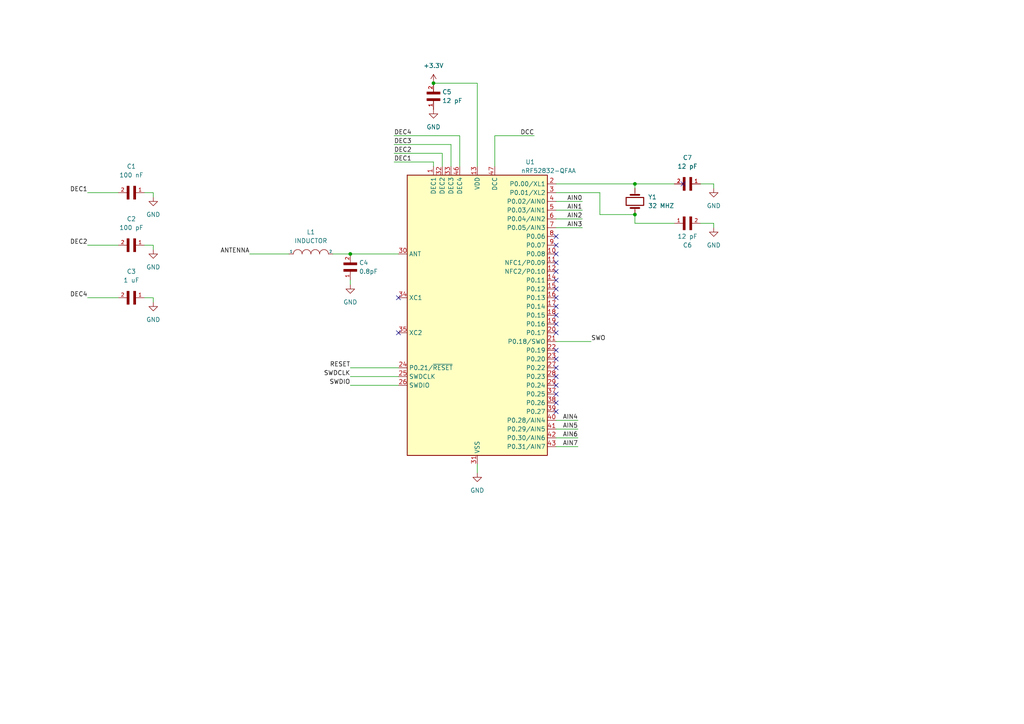
<source format=kicad_sch>
(kicad_sch (version 20211123) (generator eeschema)

  (uuid ac77be11-ba3e-423e-b30a-d07d48b5ba2d)

  (paper "A4")

  (lib_symbols
    (symbol "CBR04C808A2GAC:CBR04C808A2GAC" (pin_names (offset 1.016) hide) (in_bom yes) (on_board yes)
      (property "Reference" "C" (id 0) (at 0 3.81 0)
        (effects (font (size 1.27 1.27)) (justify left bottom))
      )
      (property "Value" "CBR04C808A2GAC" (id 1) (at 0 -5.08 0)
        (effects (font (size 1.27 1.27)) (justify left bottom))
      )
      (property "Footprint" "CAPC1005X55N" (id 2) (at 0 0 0)
        (effects (font (size 1.27 1.27)) (justify left bottom) hide)
      )
      (property "Datasheet" "" (id 3) (at 0 0 0)
        (effects (font (size 1.27 1.27)) (justify left bottom) hide)
      )
      (property "ki_locked" "" (id 4) (at 0 0 0)
        (effects (font (size 1.27 1.27)))
      )
      (symbol "CBR04C808A2GAC_0_0"
        (rectangle (start 0 -1.905) (end 0.635 1.905)
          (stroke (width 0) (type default) (color 0 0 0 0))
          (fill (type outline))
        )
        (rectangle (start 1.905 -1.905) (end 2.54 1.905)
          (stroke (width 0) (type default) (color 0 0 0 0))
          (fill (type outline))
        )
        (pin passive line (at -2.54 0 0) (length 2.54)
          (name "~" (effects (font (size 1.016 1.016))))
          (number "1" (effects (font (size 1.016 1.016))))
        )
        (pin passive line (at 5.08 0 180) (length 2.54)
          (name "~" (effects (font (size 1.016 1.016))))
          (number "2" (effects (font (size 1.016 1.016))))
        )
      )
    )
    (symbol "Device:Crystal" (pin_numbers hide) (pin_names (offset 1.016) hide) (in_bom yes) (on_board yes)
      (property "Reference" "Y" (id 0) (at 0 3.81 0)
        (effects (font (size 1.27 1.27)))
      )
      (property "Value" "Crystal" (id 1) (at 0 -3.81 0)
        (effects (font (size 1.27 1.27)))
      )
      (property "Footprint" "" (id 2) (at 0 0 0)
        (effects (font (size 1.27 1.27)) hide)
      )
      (property "Datasheet" "~" (id 3) (at 0 0 0)
        (effects (font (size 1.27 1.27)) hide)
      )
      (property "ki_keywords" "quartz ceramic resonator oscillator" (id 4) (at 0 0 0)
        (effects (font (size 1.27 1.27)) hide)
      )
      (property "ki_description" "Two pin crystal" (id 5) (at 0 0 0)
        (effects (font (size 1.27 1.27)) hide)
      )
      (property "ki_fp_filters" "Crystal*" (id 6) (at 0 0 0)
        (effects (font (size 1.27 1.27)) hide)
      )
      (symbol "Crystal_0_1"
        (rectangle (start -1.143 2.54) (end 1.143 -2.54)
          (stroke (width 0.3048) (type default) (color 0 0 0 0))
          (fill (type none))
        )
        (polyline
          (pts
            (xy -2.54 0)
            (xy -1.905 0)
          )
          (stroke (width 0) (type default) (color 0 0 0 0))
          (fill (type none))
        )
        (polyline
          (pts
            (xy -1.905 -1.27)
            (xy -1.905 1.27)
          )
          (stroke (width 0.508) (type default) (color 0 0 0 0))
          (fill (type none))
        )
        (polyline
          (pts
            (xy 1.905 -1.27)
            (xy 1.905 1.27)
          )
          (stroke (width 0.508) (type default) (color 0 0 0 0))
          (fill (type none))
        )
        (polyline
          (pts
            (xy 2.54 0)
            (xy 1.905 0)
          )
          (stroke (width 0) (type default) (color 0 0 0 0))
          (fill (type none))
        )
      )
      (symbol "Crystal_1_1"
        (pin passive line (at -3.81 0 0) (length 1.27)
          (name "1" (effects (font (size 1.27 1.27))))
          (number "1" (effects (font (size 1.27 1.27))))
        )
        (pin passive line (at 3.81 0 180) (length 1.27)
          (name "2" (effects (font (size 1.27 1.27))))
          (number "2" (effects (font (size 1.27 1.27))))
        )
      )
    )
    (symbol "GJM0335C1H120GB01D:GJM0335C1H120GB01D" (pin_names (offset 1.016) hide) (in_bom yes) (on_board yes)
      (property "Reference" "C" (id 0) (at 0 3.81 0)
        (effects (font (size 1.27 1.27)) (justify left bottom))
      )
      (property "Value" "GJM0335C1H120GB01D" (id 1) (at 0 -5.08 0)
        (effects (font (size 1.27 1.27)) (justify left bottom))
      )
      (property "Footprint" "CAPC0603X33N" (id 2) (at 0 0 0)
        (effects (font (size 1.27 1.27)) (justify left bottom) hide)
      )
      (property "Datasheet" "" (id 3) (at 0 0 0)
        (effects (font (size 1.27 1.27)) (justify left bottom) hide)
      )
      (property "ki_locked" "" (id 4) (at 0 0 0)
        (effects (font (size 1.27 1.27)))
      )
      (symbol "GJM0335C1H120GB01D_0_0"
        (rectangle (start 0 -1.905) (end 0.635 1.905)
          (stroke (width 0) (type default) (color 0 0 0 0))
          (fill (type outline))
        )
        (rectangle (start 1.905 -1.905) (end 2.54 1.905)
          (stroke (width 0) (type default) (color 0 0 0 0))
          (fill (type outline))
        )
        (pin passive line (at -2.54 0 0) (length 2.54)
          (name "~" (effects (font (size 1.016 1.016))))
          (number "1" (effects (font (size 1.016 1.016))))
        )
        (pin passive line (at 5.08 0 180) (length 2.54)
          (name "~" (effects (font (size 1.016 1.016))))
          (number "2" (effects (font (size 1.016 1.016))))
        )
      )
    )
    (symbol "MCU_Nordic:nRF52832-QFxx" (in_bom yes) (on_board yes)
      (property "Reference" "U" (id 0) (at 0 1.27 0)
        (effects (font (size 1.27 1.27)))
      )
      (property "Value" "nRF52832-QFxx" (id 1) (at 0 -1.27 0)
        (effects (font (size 1.27 1.27)))
      )
      (property "Footprint" "Package_DFN_QFN:QFN-48-1EP_6x6mm_P0.4mm_EP4.6x4.6mm" (id 2) (at 0 -53.34 0)
        (effects (font (size 1.27 1.27)) hide)
      )
      (property "Datasheet" "http://infocenter.nordicsemi.com/pdf/nRF52832_PS_v1.4.pdf" (id 3) (at -12.7 5.08 0)
        (effects (font (size 1.27 1.27)) hide)
      )
      (property "ki_keywords" "MCU, ARM, BLE, 2.4GHz" (id 4) (at 0 0 0)
        (effects (font (size 1.27 1.27)) hide)
      )
      (property "ki_description" "Multiprotocol BLE/2.4GHz Cortex-M4 SoC, QFN-48" (id 5) (at 0 0 0)
        (effects (font (size 1.27 1.27)) hide)
      )
      (property "ki_fp_filters" "QFN*1EP*6x6mm*P0.4mm*" (id 6) (at 0 0 0)
        (effects (font (size 1.27 1.27)) hide)
      )
      (symbol "nRF52832-QFxx_0_1"
        (rectangle (start -20.32 40.64) (end 20.32 -40.64)
          (stroke (width 0.254) (type default) (color 0 0 0 0))
          (fill (type background))
        )
      )
      (symbol "nRF52832-QFxx_1_1"
        (pin passive line (at -12.7 43.18 270) (length 2.54)
          (name "DEC1" (effects (font (size 1.27 1.27))))
          (number "1" (effects (font (size 1.27 1.27))))
        )
        (pin bidirectional line (at 22.86 17.78 180) (length 2.54)
          (name "P0.08" (effects (font (size 1.27 1.27))))
          (number "10" (effects (font (size 1.27 1.27))))
        )
        (pin bidirectional line (at 22.86 15.24 180) (length 2.54)
          (name "NFC1/P0.09" (effects (font (size 1.27 1.27))))
          (number "11" (effects (font (size 1.27 1.27))))
        )
        (pin bidirectional line (at 22.86 12.7 180) (length 2.54)
          (name "NFC2/P0.10" (effects (font (size 1.27 1.27))))
          (number "12" (effects (font (size 1.27 1.27))))
        )
        (pin power_in line (at 0 43.18 270) (length 2.54)
          (name "VDD" (effects (font (size 1.27 1.27))))
          (number "13" (effects (font (size 1.27 1.27))))
        )
        (pin bidirectional line (at 22.86 10.16 180) (length 2.54)
          (name "P0.11" (effects (font (size 1.27 1.27))))
          (number "14" (effects (font (size 1.27 1.27))))
        )
        (pin bidirectional line (at 22.86 7.62 180) (length 2.54)
          (name "P0.12" (effects (font (size 1.27 1.27))))
          (number "15" (effects (font (size 1.27 1.27))))
        )
        (pin bidirectional line (at 22.86 5.08 180) (length 2.54)
          (name "P0.13" (effects (font (size 1.27 1.27))))
          (number "16" (effects (font (size 1.27 1.27))))
        )
        (pin bidirectional line (at 22.86 2.54 180) (length 2.54)
          (name "P0.14" (effects (font (size 1.27 1.27))))
          (number "17" (effects (font (size 1.27 1.27))))
        )
        (pin bidirectional line (at 22.86 0 180) (length 2.54)
          (name "P0.15" (effects (font (size 1.27 1.27))))
          (number "18" (effects (font (size 1.27 1.27))))
        )
        (pin bidirectional line (at 22.86 -2.54 180) (length 2.54)
          (name "P0.16" (effects (font (size 1.27 1.27))))
          (number "19" (effects (font (size 1.27 1.27))))
        )
        (pin bidirectional line (at 22.86 38.1 180) (length 2.54)
          (name "P0.00/XL1" (effects (font (size 1.27 1.27))))
          (number "2" (effects (font (size 1.27 1.27))))
        )
        (pin bidirectional line (at 22.86 -5.08 180) (length 2.54)
          (name "P0.17" (effects (font (size 1.27 1.27))))
          (number "20" (effects (font (size 1.27 1.27))))
        )
        (pin bidirectional line (at 22.86 -7.62 180) (length 2.54)
          (name "P0.18/SWO" (effects (font (size 1.27 1.27))))
          (number "21" (effects (font (size 1.27 1.27))))
        )
        (pin bidirectional line (at 22.86 -10.16 180) (length 2.54)
          (name "P0.19" (effects (font (size 1.27 1.27))))
          (number "22" (effects (font (size 1.27 1.27))))
        )
        (pin bidirectional line (at 22.86 -12.7 180) (length 2.54)
          (name "P0.20" (effects (font (size 1.27 1.27))))
          (number "23" (effects (font (size 1.27 1.27))))
        )
        (pin bidirectional line (at -22.86 -15.24 0) (length 2.54)
          (name "P0.21/~{RESET}" (effects (font (size 1.27 1.27))))
          (number "24" (effects (font (size 1.27 1.27))))
        )
        (pin input line (at -22.86 -17.78 0) (length 2.54)
          (name "SWDCLK" (effects (font (size 1.27 1.27))))
          (number "25" (effects (font (size 1.27 1.27))))
        )
        (pin bidirectional line (at -22.86 -20.32 0) (length 2.54)
          (name "SWDIO" (effects (font (size 1.27 1.27))))
          (number "26" (effects (font (size 1.27 1.27))))
        )
        (pin bidirectional line (at 22.86 -15.24 180) (length 2.54)
          (name "P0.22" (effects (font (size 1.27 1.27))))
          (number "27" (effects (font (size 1.27 1.27))))
        )
        (pin bidirectional line (at 22.86 -17.78 180) (length 2.54)
          (name "P0.23" (effects (font (size 1.27 1.27))))
          (number "28" (effects (font (size 1.27 1.27))))
        )
        (pin bidirectional line (at 22.86 -20.32 180) (length 2.54)
          (name "P0.24" (effects (font (size 1.27 1.27))))
          (number "29" (effects (font (size 1.27 1.27))))
        )
        (pin bidirectional line (at 22.86 35.56 180) (length 2.54)
          (name "P0.01/XL2" (effects (font (size 1.27 1.27))))
          (number "3" (effects (font (size 1.27 1.27))))
        )
        (pin passive line (at -22.86 17.78 0) (length 2.54)
          (name "ANT" (effects (font (size 1.27 1.27))))
          (number "30" (effects (font (size 1.27 1.27))))
        )
        (pin power_in line (at 0 -43.18 90) (length 2.54)
          (name "VSS" (effects (font (size 1.27 1.27))))
          (number "31" (effects (font (size 1.27 1.27))))
        )
        (pin passive line (at -10.16 43.18 270) (length 2.54)
          (name "DEC2" (effects (font (size 1.27 1.27))))
          (number "32" (effects (font (size 1.27 1.27))))
        )
        (pin passive line (at -7.62 43.18 270) (length 2.54)
          (name "DEC3" (effects (font (size 1.27 1.27))))
          (number "33" (effects (font (size 1.27 1.27))))
        )
        (pin input line (at -22.86 5.08 0) (length 2.54)
          (name "XC1" (effects (font (size 1.27 1.27))))
          (number "34" (effects (font (size 1.27 1.27))))
        )
        (pin input line (at -22.86 -5.08 0) (length 2.54)
          (name "XC2" (effects (font (size 1.27 1.27))))
          (number "35" (effects (font (size 1.27 1.27))))
        )
        (pin passive line (at 0 43.18 270) (length 2.54) hide
          (name "VDD" (effects (font (size 1.27 1.27))))
          (number "36" (effects (font (size 1.27 1.27))))
        )
        (pin bidirectional line (at 22.86 -22.86 180) (length 2.54)
          (name "P0.25" (effects (font (size 1.27 1.27))))
          (number "37" (effects (font (size 1.27 1.27))))
        )
        (pin bidirectional line (at 22.86 -25.4 180) (length 2.54)
          (name "P0.26" (effects (font (size 1.27 1.27))))
          (number "38" (effects (font (size 1.27 1.27))))
        )
        (pin bidirectional line (at 22.86 -27.94 180) (length 2.54)
          (name "P0.27" (effects (font (size 1.27 1.27))))
          (number "39" (effects (font (size 1.27 1.27))))
        )
        (pin bidirectional line (at 22.86 33.02 180) (length 2.54)
          (name "P0.02/AIN0" (effects (font (size 1.27 1.27))))
          (number "4" (effects (font (size 1.27 1.27))))
        )
        (pin bidirectional line (at 22.86 -30.48 180) (length 2.54)
          (name "P0.28/AIN4" (effects (font (size 1.27 1.27))))
          (number "40" (effects (font (size 1.27 1.27))))
        )
        (pin bidirectional line (at 22.86 -33.02 180) (length 2.54)
          (name "P0.29/AIN5" (effects (font (size 1.27 1.27))))
          (number "41" (effects (font (size 1.27 1.27))))
        )
        (pin bidirectional line (at 22.86 -35.56 180) (length 2.54)
          (name "P0.30/AIN6" (effects (font (size 1.27 1.27))))
          (number "42" (effects (font (size 1.27 1.27))))
        )
        (pin bidirectional line (at 22.86 -38.1 180) (length 2.54)
          (name "P0.31/AIN7" (effects (font (size 1.27 1.27))))
          (number "43" (effects (font (size 1.27 1.27))))
        )
        (pin no_connect line (at -20.32 -30.48 0) (length 2.54) hide
          (name "NC" (effects (font (size 1.27 1.27))))
          (number "44" (effects (font (size 1.27 1.27))))
        )
        (pin passive line (at 0 -43.18 90) (length 2.54) hide
          (name "VSS" (effects (font (size 1.27 1.27))))
          (number "45" (effects (font (size 1.27 1.27))))
        )
        (pin passive line (at -5.08 43.18 270) (length 2.54)
          (name "DEC4" (effects (font (size 1.27 1.27))))
          (number "46" (effects (font (size 1.27 1.27))))
        )
        (pin power_out line (at 5.08 43.18 270) (length 2.54)
          (name "DCC" (effects (font (size 1.27 1.27))))
          (number "47" (effects (font (size 1.27 1.27))))
        )
        (pin passive line (at 0 43.18 270) (length 2.54) hide
          (name "VDD" (effects (font (size 1.27 1.27))))
          (number "48" (effects (font (size 1.27 1.27))))
        )
        (pin passive line (at 0 -43.18 90) (length 2.54) hide
          (name "VSS" (effects (font (size 1.27 1.27))))
          (number "49" (effects (font (size 1.27 1.27))))
        )
        (pin bidirectional line (at 22.86 30.48 180) (length 2.54)
          (name "P0.03/AIN1" (effects (font (size 1.27 1.27))))
          (number "5" (effects (font (size 1.27 1.27))))
        )
        (pin bidirectional line (at 22.86 27.94 180) (length 2.54)
          (name "P0.04/AIN2" (effects (font (size 1.27 1.27))))
          (number "6" (effects (font (size 1.27 1.27))))
        )
        (pin bidirectional line (at 22.86 25.4 180) (length 2.54)
          (name "P0.05/AIN3" (effects (font (size 1.27 1.27))))
          (number "7" (effects (font (size 1.27 1.27))))
        )
        (pin bidirectional line (at 22.86 22.86 180) (length 2.54)
          (name "P0.06" (effects (font (size 1.27 1.27))))
          (number "8" (effects (font (size 1.27 1.27))))
        )
        (pin bidirectional line (at 22.86 20.32 180) (length 2.54)
          (name "P0.07" (effects (font (size 1.27 1.27))))
          (number "9" (effects (font (size 1.27 1.27))))
        )
      )
    )
    (symbol "power:+3.3V" (power) (pin_names (offset 0)) (in_bom yes) (on_board yes)
      (property "Reference" "#PWR" (id 0) (at 0 -3.81 0)
        (effects (font (size 1.27 1.27)) hide)
      )
      (property "Value" "+3.3V" (id 1) (at 0 3.556 0)
        (effects (font (size 1.27 1.27)))
      )
      (property "Footprint" "" (id 2) (at 0 0 0)
        (effects (font (size 1.27 1.27)) hide)
      )
      (property "Datasheet" "" (id 3) (at 0 0 0)
        (effects (font (size 1.27 1.27)) hide)
      )
      (property "ki_keywords" "power-flag" (id 4) (at 0 0 0)
        (effects (font (size 1.27 1.27)) hide)
      )
      (property "ki_description" "Power symbol creates a global label with name \"+3.3V\"" (id 5) (at 0 0 0)
        (effects (font (size 1.27 1.27)) hide)
      )
      (symbol "+3.3V_0_1"
        (polyline
          (pts
            (xy -0.762 1.27)
            (xy 0 2.54)
          )
          (stroke (width 0) (type default) (color 0 0 0 0))
          (fill (type none))
        )
        (polyline
          (pts
            (xy 0 0)
            (xy 0 2.54)
          )
          (stroke (width 0) (type default) (color 0 0 0 0))
          (fill (type none))
        )
        (polyline
          (pts
            (xy 0 2.54)
            (xy 0.762 1.27)
          )
          (stroke (width 0) (type default) (color 0 0 0 0))
          (fill (type none))
        )
      )
      (symbol "+3.3V_1_1"
        (pin power_in line (at 0 0 90) (length 0) hide
          (name "+3.3V" (effects (font (size 1.27 1.27))))
          (number "1" (effects (font (size 1.27 1.27))))
        )
      )
    )
    (symbol "power:GND" (power) (pin_names (offset 0)) (in_bom yes) (on_board yes)
      (property "Reference" "#PWR" (id 0) (at 0 -6.35 0)
        (effects (font (size 1.27 1.27)) hide)
      )
      (property "Value" "GND" (id 1) (at 0 -3.81 0)
        (effects (font (size 1.27 1.27)))
      )
      (property "Footprint" "" (id 2) (at 0 0 0)
        (effects (font (size 1.27 1.27)) hide)
      )
      (property "Datasheet" "" (id 3) (at 0 0 0)
        (effects (font (size 1.27 1.27)) hide)
      )
      (property "ki_keywords" "power-flag" (id 4) (at 0 0 0)
        (effects (font (size 1.27 1.27)) hide)
      )
      (property "ki_description" "Power symbol creates a global label with name \"GND\" , ground" (id 5) (at 0 0 0)
        (effects (font (size 1.27 1.27)) hide)
      )
      (symbol "GND_0_1"
        (polyline
          (pts
            (xy 0 0)
            (xy 0 -1.27)
            (xy 1.27 -1.27)
            (xy 0 -2.54)
            (xy -1.27 -1.27)
            (xy 0 -1.27)
          )
          (stroke (width 0) (type default) (color 0 0 0 0))
          (fill (type none))
        )
      )
      (symbol "GND_1_1"
        (pin power_in line (at 0 0 270) (length 0) hide
          (name "GND" (effects (font (size 1.27 1.27))))
          (number "1" (effects (font (size 1.27 1.27))))
        )
      )
    )
    (symbol "pspice:INDUCTOR" (pin_numbers hide) (pin_names (offset 0)) (in_bom yes) (on_board yes)
      (property "Reference" "L" (id 0) (at 0 2.54 0)
        (effects (font (size 1.27 1.27)))
      )
      (property "Value" "INDUCTOR" (id 1) (at 0 -1.27 0)
        (effects (font (size 1.27 1.27)))
      )
      (property "Footprint" "" (id 2) (at 0 0 0)
        (effects (font (size 1.27 1.27)) hide)
      )
      (property "Datasheet" "~" (id 3) (at 0 0 0)
        (effects (font (size 1.27 1.27)) hide)
      )
      (property "ki_keywords" "simulation" (id 4) (at 0 0 0)
        (effects (font (size 1.27 1.27)) hide)
      )
      (property "ki_description" "Inductor symbol for simulation only" (id 5) (at 0 0 0)
        (effects (font (size 1.27 1.27)) hide)
      )
      (symbol "INDUCTOR_0_1"
        (arc (start -2.54 0) (mid -3.81 1.27) (end -5.08 0)
          (stroke (width 0) (type default) (color 0 0 0 0))
          (fill (type none))
        )
        (arc (start 0 0) (mid -1.27 1.27) (end -2.54 0)
          (stroke (width 0) (type default) (color 0 0 0 0))
          (fill (type none))
        )
        (arc (start 2.54 0) (mid 1.27 1.27) (end 0 0)
          (stroke (width 0) (type default) (color 0 0 0 0))
          (fill (type none))
        )
        (arc (start 5.08 0) (mid 3.81 1.27) (end 2.54 0)
          (stroke (width 0) (type default) (color 0 0 0 0))
          (fill (type none))
        )
      )
      (symbol "INDUCTOR_1_1"
        (pin input line (at -6.35 0 0) (length 1.27)
          (name "1" (effects (font (size 0.762 0.762))))
          (number "1" (effects (font (size 0.762 0.762))))
        )
        (pin input line (at 6.35 0 180) (length 1.27)
          (name "2" (effects (font (size 0.762 0.762))))
          (number "2" (effects (font (size 0.762 0.762))))
        )
      )
    )
  )

  (junction (at 184.15 53.34) (diameter 0) (color 0 0 0 0)
    (uuid 1b8da6f1-ed0f-4778-b13d-ef03fcde5363)
  )
  (junction (at 184.15 62.23) (diameter 0) (color 0 0 0 0)
    (uuid 71dc9fe8-c64f-4f3e-99b9-4cccc5eb2c9a)
  )
  (junction (at 101.6 73.66) (diameter 0) (color 0 0 0 0)
    (uuid bc8fb1fa-9efd-4fec-895c-989a07cd3fcb)
  )
  (junction (at 125.73 24.13) (diameter 0) (color 0 0 0 0)
    (uuid c79b097c-1d73-4bed-8a26-753154ba38e2)
  )

  (no_connect (at 161.29 76.2) (uuid c0cbbb73-3efa-4a6e-9234-1810629b83e2))
  (no_connect (at 161.29 78.74) (uuid c0cbbb73-3efa-4a6e-9234-1810629b83e2))
  (no_connect (at 161.29 81.28) (uuid c0cbbb73-3efa-4a6e-9234-1810629b83e2))
  (no_connect (at 161.29 83.82) (uuid c0cbbb73-3efa-4a6e-9234-1810629b83e2))
  (no_connect (at 161.29 86.36) (uuid c0cbbb73-3efa-4a6e-9234-1810629b83e2))
  (no_connect (at 161.29 68.58) (uuid c0cbbb73-3efa-4a6e-9234-1810629b83e2))
  (no_connect (at 161.29 71.12) (uuid c0cbbb73-3efa-4a6e-9234-1810629b83e2))
  (no_connect (at 161.29 73.66) (uuid c0cbbb73-3efa-4a6e-9234-1810629b83e2))
  (no_connect (at 198.12 53.34) (uuid cba3db33-9c02-4ed5-a85c-87bb6fe06534))
  (no_connect (at 115.57 86.36) (uuid cba3db33-9c02-4ed5-a85c-87bb6fe06534))
  (no_connect (at 161.29 114.3) (uuid cba3db33-9c02-4ed5-a85c-87bb6fe06534))
  (no_connect (at 161.29 116.84) (uuid cba3db33-9c02-4ed5-a85c-87bb6fe06534))
  (no_connect (at 161.29 119.38) (uuid cba3db33-9c02-4ed5-a85c-87bb6fe06534))
  (no_connect (at 161.29 88.9) (uuid cba3db33-9c02-4ed5-a85c-87bb6fe06534))
  (no_connect (at 161.29 91.44) (uuid cba3db33-9c02-4ed5-a85c-87bb6fe06534))
  (no_connect (at 161.29 93.98) (uuid cba3db33-9c02-4ed5-a85c-87bb6fe06534))
  (no_connect (at 161.29 96.52) (uuid cba3db33-9c02-4ed5-a85c-87bb6fe06534))
  (no_connect (at 161.29 101.6) (uuid cba3db33-9c02-4ed5-a85c-87bb6fe06534))
  (no_connect (at 161.29 104.14) (uuid cba3db33-9c02-4ed5-a85c-87bb6fe06534))
  (no_connect (at 161.29 106.68) (uuid cba3db33-9c02-4ed5-a85c-87bb6fe06534))
  (no_connect (at 161.29 109.22) (uuid cba3db33-9c02-4ed5-a85c-87bb6fe06534))
  (no_connect (at 161.29 111.76) (uuid cba3db33-9c02-4ed5-a85c-87bb6fe06534))
  (no_connect (at 115.57 96.52) (uuid cba3db33-9c02-4ed5-a85c-87bb6fe06534))

  (wire (pts (xy 173.99 55.88) (xy 173.99 62.23))
    (stroke (width 0) (type default) (color 0 0 0 0))
    (uuid 055e8e14-acd8-44a7-bf13-5d0c0bad8f71)
  )
  (wire (pts (xy 125.73 48.26) (xy 125.73 46.99))
    (stroke (width 0) (type default) (color 0 0 0 0))
    (uuid 0bd72695-09ec-479f-bf63-a315ff608f2c)
  )
  (wire (pts (xy 101.6 111.76) (xy 115.57 111.76))
    (stroke (width 0) (type default) (color 0 0 0 0))
    (uuid 0fcca9f0-c2a6-4a36-b4a3-b22faa20cdbf)
  )
  (wire (pts (xy 161.29 121.92) (xy 167.64 121.92))
    (stroke (width 0) (type default) (color 0 0 0 0))
    (uuid 130c11a2-00aa-4f79-b992-45ee25da11c8)
  )
  (wire (pts (xy 25.4 55.88) (xy 34.29 55.88))
    (stroke (width 0) (type default) (color 0 0 0 0))
    (uuid 1e6bad61-46b1-45dd-9712-abd0ee05de96)
  )
  (wire (pts (xy 161.29 66.04) (xy 168.91 66.04))
    (stroke (width 0) (type default) (color 0 0 0 0))
    (uuid 2119fd78-c01c-4a7e-b9df-e38aec946bae)
  )
  (wire (pts (xy 203.2 53.34) (xy 207.01 53.34))
    (stroke (width 0) (type default) (color 0 0 0 0))
    (uuid 26ad839a-356c-45c4-9e5b-ecca2b107e32)
  )
  (wire (pts (xy 44.45 55.88) (xy 41.91 55.88))
    (stroke (width 0) (type default) (color 0 0 0 0))
    (uuid 2cad7ecc-88d1-45bc-bc2e-87a6dcdeb467)
  )
  (wire (pts (xy 207.01 64.77) (xy 207.01 66.04))
    (stroke (width 0) (type default) (color 0 0 0 0))
    (uuid 3c726147-627f-49a5-82ec-06176798031d)
  )
  (wire (pts (xy 184.15 53.34) (xy 195.58 53.34))
    (stroke (width 0) (type default) (color 0 0 0 0))
    (uuid 56927a4e-876e-4f74-8bd8-202ebb36d72b)
  )
  (wire (pts (xy 161.29 60.96) (xy 168.91 60.96))
    (stroke (width 0) (type default) (color 0 0 0 0))
    (uuid 59ea15f7-26cd-4dc0-91f8-1bb5e27b1f52)
  )
  (wire (pts (xy 143.51 48.26) (xy 143.51 39.37))
    (stroke (width 0) (type default) (color 0 0 0 0))
    (uuid 601437b1-9d8d-4f53-bf47-c94faf3c5010)
  )
  (wire (pts (xy 128.27 48.26) (xy 128.27 44.45))
    (stroke (width 0) (type default) (color 0 0 0 0))
    (uuid 609ace5e-56b2-445b-ad1a-cc22392ce50e)
  )
  (wire (pts (xy 114.3 46.99) (xy 125.73 46.99))
    (stroke (width 0) (type default) (color 0 0 0 0))
    (uuid 64cde3d2-c414-4336-86a7-be5577cc3a65)
  )
  (wire (pts (xy 25.4 71.12) (xy 34.29 71.12))
    (stroke (width 0) (type default) (color 0 0 0 0))
    (uuid 65d75175-d8f8-42ba-9220-53a31b401f92)
  )
  (wire (pts (xy 203.2 64.77) (xy 207.01 64.77))
    (stroke (width 0) (type default) (color 0 0 0 0))
    (uuid 66bc57f7-7741-461e-a946-e740d66ca00b)
  )
  (wire (pts (xy 207.01 53.34) (xy 207.01 54.61))
    (stroke (width 0) (type default) (color 0 0 0 0))
    (uuid 66e86c71-e1b7-4b99-a564-adfd5e4abe21)
  )
  (wire (pts (xy 101.6 109.22) (xy 115.57 109.22))
    (stroke (width 0) (type default) (color 0 0 0 0))
    (uuid 6c1e9e54-9f0c-453f-96e9-cd9e42638c26)
  )
  (wire (pts (xy 114.3 41.91) (xy 130.81 41.91))
    (stroke (width 0) (type default) (color 0 0 0 0))
    (uuid 6f7d4c47-7111-42b1-9f81-e615aadafa8e)
  )
  (wire (pts (xy 72.39 73.66) (xy 83.82 73.66))
    (stroke (width 0) (type default) (color 0 0 0 0))
    (uuid 71ea540a-04c8-4b8a-8237-2f3012de6422)
  )
  (wire (pts (xy 143.51 39.37) (xy 154.94 39.37))
    (stroke (width 0) (type default) (color 0 0 0 0))
    (uuid 73e09c8e-5010-4d4a-b6a2-043ba642cc4b)
  )
  (wire (pts (xy 25.4 86.36) (xy 34.29 86.36))
    (stroke (width 0) (type default) (color 0 0 0 0))
    (uuid 79ba713a-e605-40ce-89ed-00619fc33170)
  )
  (wire (pts (xy 101.6 81.28) (xy 101.6 82.55))
    (stroke (width 0) (type default) (color 0 0 0 0))
    (uuid 80df268e-98b4-46c9-8386-f1b5bb261815)
  )
  (wire (pts (xy 138.43 24.13) (xy 125.73 24.13))
    (stroke (width 0) (type default) (color 0 0 0 0))
    (uuid 89171847-eac1-4717-993c-d839a7123666)
  )
  (wire (pts (xy 44.45 57.15) (xy 44.45 55.88))
    (stroke (width 0) (type default) (color 0 0 0 0))
    (uuid 90f38ba5-b872-45bd-976c-a1f8aed9e795)
  )
  (wire (pts (xy 114.3 39.37) (xy 133.35 39.37))
    (stroke (width 0) (type default) (color 0 0 0 0))
    (uuid 95c5a952-7ad1-47bd-b2a2-bb14337b2515)
  )
  (wire (pts (xy 173.99 62.23) (xy 184.15 62.23))
    (stroke (width 0) (type default) (color 0 0 0 0))
    (uuid a1aaa51f-0650-46ce-89d3-67f04623512d)
  )
  (wire (pts (xy 41.91 71.12) (xy 44.45 71.12))
    (stroke (width 0) (type default) (color 0 0 0 0))
    (uuid a7138374-6a7a-43a7-a6df-9beee2ae0acc)
  )
  (wire (pts (xy 41.91 86.36) (xy 44.45 86.36))
    (stroke (width 0) (type default) (color 0 0 0 0))
    (uuid b8a8285e-cc84-4812-8582-736f76b0ec7f)
  )
  (wire (pts (xy 161.29 99.06) (xy 171.45 99.06))
    (stroke (width 0) (type default) (color 0 0 0 0))
    (uuid bb1facba-abb4-4249-9b90-80232fdc1407)
  )
  (wire (pts (xy 133.35 48.26) (xy 133.35 39.37))
    (stroke (width 0) (type default) (color 0 0 0 0))
    (uuid bee5da29-87f9-4cf4-b031-a3fe2c55fc9a)
  )
  (wire (pts (xy 161.29 129.54) (xy 167.64 129.54))
    (stroke (width 0) (type default) (color 0 0 0 0))
    (uuid c0c6bec1-05af-4d38-bc29-766759aefa80)
  )
  (wire (pts (xy 114.3 44.45) (xy 128.27 44.45))
    (stroke (width 0) (type default) (color 0 0 0 0))
    (uuid c8199f30-cde5-4024-ade4-31629ebc7db1)
  )
  (wire (pts (xy 195.58 64.77) (xy 184.15 64.77))
    (stroke (width 0) (type default) (color 0 0 0 0))
    (uuid cc43a772-a616-4c84-b49f-94e26944558a)
  )
  (wire (pts (xy 101.6 106.68) (xy 115.57 106.68))
    (stroke (width 0) (type default) (color 0 0 0 0))
    (uuid ccae1f74-7afc-4b02-9230-de7969e75f48)
  )
  (wire (pts (xy 138.43 137.16) (xy 138.43 134.62))
    (stroke (width 0) (type default) (color 0 0 0 0))
    (uuid d28e737a-a2c2-4e71-9c56-822c5bed3c3c)
  )
  (wire (pts (xy 44.45 86.36) (xy 44.45 87.63))
    (stroke (width 0) (type default) (color 0 0 0 0))
    (uuid d6803fa9-01d6-496a-9c8e-42cab6a0c722)
  )
  (wire (pts (xy 96.52 73.66) (xy 101.6 73.66))
    (stroke (width 0) (type default) (color 0 0 0 0))
    (uuid d97b017f-fac2-4339-ad98-0265f0e1044a)
  )
  (wire (pts (xy 138.43 24.13) (xy 138.43 48.26))
    (stroke (width 0) (type default) (color 0 0 0 0))
    (uuid dc438c9a-f2a7-459d-bdd3-1a1ead183c99)
  )
  (wire (pts (xy 161.29 53.34) (xy 184.15 53.34))
    (stroke (width 0) (type default) (color 0 0 0 0))
    (uuid dccf0aa0-7ff0-416e-8474-65f9724fc33e)
  )
  (wire (pts (xy 184.15 53.34) (xy 184.15 54.61))
    (stroke (width 0) (type default) (color 0 0 0 0))
    (uuid e395f72e-e922-4d7e-970d-4b532df5d87d)
  )
  (wire (pts (xy 44.45 71.12) (xy 44.45 72.39))
    (stroke (width 0) (type default) (color 0 0 0 0))
    (uuid e5e50d5a-564e-4476-ace4-2a3099045c8a)
  )
  (wire (pts (xy 184.15 64.77) (xy 184.15 62.23))
    (stroke (width 0) (type default) (color 0 0 0 0))
    (uuid e7769641-ae37-4888-96bc-2aaed4f6f19b)
  )
  (wire (pts (xy 161.29 124.46) (xy 167.64 124.46))
    (stroke (width 0) (type default) (color 0 0 0 0))
    (uuid edd6db25-8d2e-4f6d-8368-bc5aefb06b21)
  )
  (wire (pts (xy 130.81 48.26) (xy 130.81 41.91))
    (stroke (width 0) (type default) (color 0 0 0 0))
    (uuid f2338faa-9fc5-45cf-8e52-eacd4fb180b7)
  )
  (wire (pts (xy 101.6 73.66) (xy 115.57 73.66))
    (stroke (width 0) (type default) (color 0 0 0 0))
    (uuid f7c0a92c-5b17-463e-afe9-961818d2b03f)
  )
  (wire (pts (xy 161.29 58.42) (xy 168.91 58.42))
    (stroke (width 0) (type default) (color 0 0 0 0))
    (uuid f98f02c3-890e-48b1-830f-fa1cccf59d4f)
  )
  (wire (pts (xy 161.29 63.5) (xy 168.91 63.5))
    (stroke (width 0) (type default) (color 0 0 0 0))
    (uuid fb68bc92-f3f6-4c8d-9a7b-605ef7b23ac4)
  )
  (wire (pts (xy 161.29 127) (xy 167.64 127))
    (stroke (width 0) (type default) (color 0 0 0 0))
    (uuid fbd0d7e2-4aef-4673-83d5-d63e1c6b588a)
  )
  (wire (pts (xy 161.29 55.88) (xy 173.99 55.88))
    (stroke (width 0) (type default) (color 0 0 0 0))
    (uuid ffc211cf-dded-4e0f-9029-3f8f4adabe98)
  )

  (label "AIN4" (at 167.64 121.92 180)
    (effects (font (size 1.27 1.27)) (justify right bottom))
    (uuid 28c568e8-6c86-4b48-b59a-f847445acbba)
  )
  (label "AIN3" (at 168.91 66.04 180)
    (effects (font (size 1.27 1.27)) (justify right bottom))
    (uuid 3df3beb8-eaad-4425-b0b7-ee6142d0ab85)
  )
  (label "AIN1" (at 168.91 60.96 180)
    (effects (font (size 1.27 1.27)) (justify right bottom))
    (uuid 48d9fb5e-dc81-4d8d-a4e4-eb998aca98b6)
  )
  (label "DEC2" (at 114.3 44.45 0)
    (effects (font (size 1.27 1.27)) (justify left bottom))
    (uuid 5f5fabaf-e4ac-4658-9eb8-3fc5559ca337)
  )
  (label "AIN6" (at 167.64 127 180)
    (effects (font (size 1.27 1.27)) (justify right bottom))
    (uuid 5fa3801d-5adc-4bf9-b95c-2c0a4d834ab6)
  )
  (label "DCC" (at 154.94 39.37 180)
    (effects (font (size 1.27 1.27)) (justify right bottom))
    (uuid 616d19aa-2d5e-41b3-a6b8-519d556e3b4b)
  )
  (label "AIN7" (at 167.64 129.54 180)
    (effects (font (size 1.27 1.27)) (justify right bottom))
    (uuid 6229fe60-614d-4163-b44b-b050b81d48b0)
  )
  (label "SWDCLK" (at 101.6 109.22 180)
    (effects (font (size 1.27 1.27)) (justify right bottom))
    (uuid 63017830-5f72-4abb-9622-a6b09c52bd16)
  )
  (label "AIN5" (at 167.64 124.46 180)
    (effects (font (size 1.27 1.27)) (justify right bottom))
    (uuid 64adfb22-431e-4087-90f3-4223676a969f)
  )
  (label "AIN0" (at 168.91 58.42 180)
    (effects (font (size 1.27 1.27)) (justify right bottom))
    (uuid 6a3afc0d-4612-465f-bdfd-1286f3a5228c)
  )
  (label "DEC2" (at 25.4 71.12 180)
    (effects (font (size 1.27 1.27)) (justify right bottom))
    (uuid 764c4c3a-8bae-420d-8f6c-8de49dab8b37)
  )
  (label "DEC3" (at 114.3 41.91 0)
    (effects (font (size 1.27 1.27)) (justify left bottom))
    (uuid 84f782a3-7148-4efc-ab95-19ca69198d8a)
  )
  (label "DEC4" (at 25.4 86.36 180)
    (effects (font (size 1.27 1.27)) (justify right bottom))
    (uuid 97a197ac-0177-47f7-b9f7-9ec84fc5081a)
  )
  (label "DEC1" (at 25.4 55.88 180)
    (effects (font (size 1.27 1.27)) (justify right bottom))
    (uuid 9879e3c4-bf70-4d38-93bf-c896a087129d)
  )
  (label "AIN2" (at 168.91 63.5 180)
    (effects (font (size 1.27 1.27)) (justify right bottom))
    (uuid 9a1aea2c-aef9-4783-93ce-cf55ab89abbb)
  )
  (label "DEC1" (at 114.3 46.99 0)
    (effects (font (size 1.27 1.27)) (justify left bottom))
    (uuid a6b561e9-9eab-446d-9fc1-b12c1ce24e6b)
  )
  (label "DEC4" (at 114.3 39.37 0)
    (effects (font (size 1.27 1.27)) (justify left bottom))
    (uuid ab4374dc-fb78-4bdf-955e-76543b5858b1)
  )
  (label "SWDIO" (at 101.6 111.76 180)
    (effects (font (size 1.27 1.27)) (justify right bottom))
    (uuid b46a896c-46d8-47aa-81b8-bbcb70c7b855)
  )
  (label "SWO" (at 171.45 99.06 0)
    (effects (font (size 1.27 1.27)) (justify left bottom))
    (uuid bb941d26-1fee-485c-8d0c-cc213ef4fe9f)
  )
  (label "RESET" (at 101.6 106.68 180)
    (effects (font (size 1.27 1.27)) (justify right bottom))
    (uuid c47cd5d2-11a4-429c-9954-dd80d5420341)
  )
  (label "ANTENNA" (at 72.39 73.66 180)
    (effects (font (size 1.27 1.27)) (justify right bottom))
    (uuid deb51da6-ee5d-49a0-9551-199ce1309ce6)
  )

  (symbol (lib_id "Device:Crystal") (at 184.15 58.42 90) (unit 1)
    (in_bom yes) (on_board yes) (fields_autoplaced)
    (uuid 1317360d-5ed1-4b03-b6de-293ff7d7c6f8)
    (property "Reference" "Y1" (id 0) (at 187.96 57.1499 90)
      (effects (font (size 1.27 1.27)) (justify right))
    )
    (property "Value" "32 MHZ" (id 1) (at 187.96 59.6899 90)
      (effects (font (size 1.27 1.27)) (justify right))
    )
    (property "Footprint" "Oscillator:Oscillator_SMD_EuroQuartz_XO32-4Pin_3.2x2.5mm" (id 2) (at 184.15 58.42 0)
      (effects (font (size 1.27 1.27)) hide)
    )
    (property "Datasheet" "~" (id 3) (at 184.15 58.42 0)
      (effects (font (size 1.27 1.27)) hide)
    )
    (pin "1" (uuid 246e1357-195a-4c87-b68f-5c7040007572))
    (pin "2" (uuid 3c2329ff-093f-4f45-bd68-51f30b5639c9))
  )

  (symbol (lib_id "pspice:INDUCTOR") (at 90.17 73.66 0) (unit 1)
    (in_bom yes) (on_board yes) (fields_autoplaced)
    (uuid 2d8c00ff-e6cd-433c-af16-72c82af83427)
    (property "Reference" "L1" (id 0) (at 90.17 67.31 0))
    (property "Value" "INDUCTOR" (id 1) (at 90.17 69.85 0))
    (property "Footprint" "Inductor_SMD:L_0201_0603Metric" (id 2) (at 90.17 73.66 0)
      (effects (font (size 1.27 1.27)) hide)
    )
    (property "Datasheet" "~" (id 3) (at 90.17 73.66 0)
      (effects (font (size 1.27 1.27)) hide)
    )
    (pin "1" (uuid d364ff80-531b-468b-bdce-f6a27f6bcd79))
    (pin "2" (uuid 0d6f40e8-6b3a-49e8-822a-a3ef1e088cd2))
  )

  (symbol (lib_id "power:GND") (at 125.73 31.75 0) (unit 1)
    (in_bom yes) (on_board yes) (fields_autoplaced)
    (uuid 399c251a-0994-4c93-ae82-0020ad68a871)
    (property "Reference" "#PWR06" (id 0) (at 125.73 38.1 0)
      (effects (font (size 1.27 1.27)) hide)
    )
    (property "Value" "GND" (id 1) (at 125.73 36.83 0))
    (property "Footprint" "" (id 2) (at 125.73 31.75 0)
      (effects (font (size 1.27 1.27)) hide)
    )
    (property "Datasheet" "" (id 3) (at 125.73 31.75 0)
      (effects (font (size 1.27 1.27)) hide)
    )
    (pin "1" (uuid 695c2437-a10f-47e2-9cf6-f189cc1b3b17))
  )

  (symbol (lib_id "GJM0335C1H120GB01D:GJM0335C1H120GB01D") (at 198.12 64.77 0) (unit 1)
    (in_bom yes) (on_board yes)
    (uuid 4dae6b74-0e1a-45d1-a0f5-76006b56d7c4)
    (property "Reference" "C6" (id 0) (at 199.39 71.12 0))
    (property "Value" "12 pF" (id 1) (at 199.39 68.58 0))
    (property "Footprint" "Capacitor_SMD:C_0402_1005Metric" (id 2) (at 198.12 64.77 0)
      (effects (font (size 1.27 1.27)) (justify left bottom) hide)
    )
    (property "Datasheet" "" (id 3) (at 198.12 64.77 0)
      (effects (font (size 1.27 1.27)) (justify left bottom) hide)
    )
    (pin "1" (uuid 95edd910-b0c3-4564-816e-dbd1ce2e44c8))
    (pin "2" (uuid a1f0abf2-ee58-4e46-b45a-a2c93552f33f))
  )

  (symbol (lib_id "GJM0335C1H120GB01D:GJM0335C1H120GB01D") (at 39.37 71.12 180) (unit 1)
    (in_bom yes) (on_board yes) (fields_autoplaced)
    (uuid 506dbbc5-1ffa-4c5f-8311-538e6f2e426d)
    (property "Reference" "C2" (id 0) (at 38.1 63.5 0))
    (property "Value" "100 pF" (id 1) (at 38.1 66.04 0))
    (property "Footprint" "Capacitor_SMD:C_0402_1005Metric" (id 2) (at 39.37 71.12 0)
      (effects (font (size 1.27 1.27)) (justify left bottom) hide)
    )
    (property "Datasheet" "" (id 3) (at 39.37 71.12 0)
      (effects (font (size 1.27 1.27)) (justify left bottom) hide)
    )
    (pin "1" (uuid 69c59fc8-4b94-42ba-aab0-04e3fa255e70))
    (pin "2" (uuid e2099c3a-969c-4cc0-91df-eedaa638597c))
  )

  (symbol (lib_id "power:+3.3V") (at 125.73 24.13 0) (unit 1)
    (in_bom yes) (on_board yes) (fields_autoplaced)
    (uuid 68135f0e-42d2-4093-9143-3261bc23bfaa)
    (property "Reference" "#PWR05" (id 0) (at 125.73 27.94 0)
      (effects (font (size 1.27 1.27)) hide)
    )
    (property "Value" "+3.3V" (id 1) (at 125.73 19.05 0))
    (property "Footprint" "" (id 2) (at 125.73 24.13 0)
      (effects (font (size 1.27 1.27)) hide)
    )
    (property "Datasheet" "" (id 3) (at 125.73 24.13 0)
      (effects (font (size 1.27 1.27)) hide)
    )
    (pin "1" (uuid 3121395a-4252-446d-8360-63c4aa97a02c))
  )

  (symbol (lib_id "GJM0335C1H120GB01D:GJM0335C1H120GB01D") (at 39.37 86.36 180) (unit 1)
    (in_bom yes) (on_board yes) (fields_autoplaced)
    (uuid 723cdef6-3900-4e73-9569-0446d67d47a7)
    (property "Reference" "C3" (id 0) (at 38.1 78.74 0))
    (property "Value" "1 uF" (id 1) (at 38.1 81.28 0))
    (property "Footprint" "Capacitor_SMD:C_0402_1005Metric" (id 2) (at 39.37 86.36 0)
      (effects (font (size 1.27 1.27)) (justify left bottom) hide)
    )
    (property "Datasheet" "" (id 3) (at 39.37 86.36 0)
      (effects (font (size 1.27 1.27)) (justify left bottom) hide)
    )
    (pin "1" (uuid e0215169-4d44-4775-8b35-447bf7505786))
    (pin "2" (uuid 342a60ba-4c11-4b1c-8f9b-6021acc6088e))
  )

  (symbol (lib_id "GJM0335C1H120GB01D:GJM0335C1H120GB01D") (at 200.66 53.34 180) (unit 1)
    (in_bom yes) (on_board yes) (fields_autoplaced)
    (uuid 9494cee6-2b03-4265-b8ca-a5dad2f1d8e6)
    (property "Reference" "C7" (id 0) (at 199.39 45.72 0))
    (property "Value" "12 pF" (id 1) (at 199.39 48.26 0))
    (property "Footprint" "Capacitor_SMD:C_0402_1005Metric" (id 2) (at 200.66 53.34 0)
      (effects (font (size 1.27 1.27)) (justify left bottom) hide)
    )
    (property "Datasheet" "" (id 3) (at 200.66 53.34 0)
      (effects (font (size 1.27 1.27)) (justify left bottom) hide)
    )
    (pin "1" (uuid 46b490b5-ca7e-483a-950b-232f6630e7a0))
    (pin "2" (uuid 712e642b-3c56-493f-87c6-4f9183691485))
  )

  (symbol (lib_id "power:GND") (at 44.45 57.15 0) (unit 1)
    (in_bom yes) (on_board yes)
    (uuid a94b26d7-b106-4e19-b635-1c2a78c6e1b4)
    (property "Reference" "#PWR01" (id 0) (at 44.45 63.5 0)
      (effects (font (size 1.27 1.27)) hide)
    )
    (property "Value" "GND" (id 1) (at 44.45 62.23 0))
    (property "Footprint" "" (id 2) (at 44.45 57.15 0)
      (effects (font (size 1.27 1.27)) hide)
    )
    (property "Datasheet" "" (id 3) (at 44.45 57.15 0)
      (effects (font (size 1.27 1.27)) hide)
    )
    (pin "1" (uuid 7adbfda8-add2-4c3c-b2c4-7ee64dffce50))
  )

  (symbol (lib_id "power:GND") (at 44.45 72.39 0) (unit 1)
    (in_bom yes) (on_board yes) (fields_autoplaced)
    (uuid ad9007c0-2f85-4660-895c-eeeb0b569c1c)
    (property "Reference" "#PWR02" (id 0) (at 44.45 78.74 0)
      (effects (font (size 1.27 1.27)) hide)
    )
    (property "Value" "GND" (id 1) (at 44.45 77.47 0))
    (property "Footprint" "" (id 2) (at 44.45 72.39 0)
      (effects (font (size 1.27 1.27)) hide)
    )
    (property "Datasheet" "" (id 3) (at 44.45 72.39 0)
      (effects (font (size 1.27 1.27)) hide)
    )
    (pin "1" (uuid 1041a4b1-7075-45b9-a384-c61cb1c6ee1f))
  )

  (symbol (lib_id "power:GND") (at 207.01 54.61 0) (unit 1)
    (in_bom yes) (on_board yes) (fields_autoplaced)
    (uuid af3f5e33-62af-43c5-8580-55790122fe43)
    (property "Reference" "#PWR08" (id 0) (at 207.01 60.96 0)
      (effects (font (size 1.27 1.27)) hide)
    )
    (property "Value" "GND" (id 1) (at 207.01 59.69 0))
    (property "Footprint" "" (id 2) (at 207.01 54.61 0)
      (effects (font (size 1.27 1.27)) hide)
    )
    (property "Datasheet" "" (id 3) (at 207.01 54.61 0)
      (effects (font (size 1.27 1.27)) hide)
    )
    (pin "1" (uuid 336257a1-40d4-44b7-b656-15547ec1012a))
  )

  (symbol (lib_id "GJM0335C1H120GB01D:GJM0335C1H120GB01D") (at 39.37 55.88 180) (unit 1)
    (in_bom yes) (on_board yes) (fields_autoplaced)
    (uuid b19c96ef-8fb5-4704-af49-97a11c57181d)
    (property "Reference" "C1" (id 0) (at 38.1 48.26 0))
    (property "Value" "100 nF" (id 1) (at 38.1 50.8 0))
    (property "Footprint" "Capacitor_SMD:C_0402_1005Metric" (id 2) (at 39.37 55.88 0)
      (effects (font (size 1.27 1.27)) (justify left bottom) hide)
    )
    (property "Datasheet" "" (id 3) (at 39.37 55.88 0)
      (effects (font (size 1.27 1.27)) (justify left bottom) hide)
    )
    (pin "1" (uuid cf950198-eff3-4d97-9a36-30c9c55f0e37))
    (pin "2" (uuid 3a3fc2c6-fec8-4dab-8021-8ce9d27802eb))
  )

  (symbol (lib_id "power:GND") (at 44.45 87.63 0) (unit 1)
    (in_bom yes) (on_board yes) (fields_autoplaced)
    (uuid c96f60e4-db01-4354-b218-33f31650e68f)
    (property "Reference" "#PWR03" (id 0) (at 44.45 93.98 0)
      (effects (font (size 1.27 1.27)) hide)
    )
    (property "Value" "GND" (id 1) (at 44.45 92.71 0))
    (property "Footprint" "" (id 2) (at 44.45 87.63 0)
      (effects (font (size 1.27 1.27)) hide)
    )
    (property "Datasheet" "" (id 3) (at 44.45 87.63 0)
      (effects (font (size 1.27 1.27)) hide)
    )
    (pin "1" (uuid ee37196e-5a63-4f4d-a756-23b5d470891c))
  )

  (symbol (lib_id "CBR04C808A2GAC:CBR04C808A2GAC") (at 101.6 78.74 90) (unit 1)
    (in_bom yes) (on_board yes) (fields_autoplaced)
    (uuid d482a557-83e5-413f-9bc3-983b3f09ceec)
    (property "Reference" "C4" (id 0) (at 104.14 76.1999 90)
      (effects (font (size 1.27 1.27)) (justify right))
    )
    (property "Value" "0.8pF" (id 1) (at 104.14 78.7399 90)
      (effects (font (size 1.27 1.27)) (justify right))
    )
    (property "Footprint" "Capacitor_SMD:C_0402_1005Metric" (id 2) (at 101.6 78.74 0)
      (effects (font (size 1.27 1.27)) (justify left bottom) hide)
    )
    (property "Datasheet" "" (id 3) (at 101.6 78.74 0)
      (effects (font (size 1.27 1.27)) (justify left bottom) hide)
    )
    (pin "1" (uuid 6963442b-8d91-4cc5-8876-8fd689163acb))
    (pin "2" (uuid 5d02235c-12ca-40bd-9437-50a1d36e483f))
  )

  (symbol (lib_id "GJM0335C1H120GB01D:GJM0335C1H120GB01D") (at 125.73 29.21 90) (unit 1)
    (in_bom yes) (on_board yes) (fields_autoplaced)
    (uuid d9a439dd-5c0d-4b07-b4bc-6b710f6f911c)
    (property "Reference" "C5" (id 0) (at 128.27 26.6699 90)
      (effects (font (size 1.27 1.27)) (justify right))
    )
    (property "Value" "12 pF" (id 1) (at 128.27 29.2099 90)
      (effects (font (size 1.27 1.27)) (justify right))
    )
    (property "Footprint" "Capacitor_SMD:C_0402_1005Metric" (id 2) (at 125.73 29.21 0)
      (effects (font (size 1.27 1.27)) (justify left bottom) hide)
    )
    (property "Datasheet" "" (id 3) (at 125.73 29.21 0)
      (effects (font (size 1.27 1.27)) (justify left bottom) hide)
    )
    (pin "1" (uuid 788e1ba3-a26f-49bf-8e44-8c91bfdffbfb))
    (pin "2" (uuid 92888f79-cf37-4b18-be9d-bcb860af07aa))
  )

  (symbol (lib_id "power:GND") (at 207.01 66.04 0) (unit 1)
    (in_bom yes) (on_board yes) (fields_autoplaced)
    (uuid dc241dd2-f4bb-456b-b1e8-73872ff803c3)
    (property "Reference" "#PWR09" (id 0) (at 207.01 72.39 0)
      (effects (font (size 1.27 1.27)) hide)
    )
    (property "Value" "GND" (id 1) (at 207.01 71.12 0))
    (property "Footprint" "" (id 2) (at 207.01 66.04 0)
      (effects (font (size 1.27 1.27)) hide)
    )
    (property "Datasheet" "" (id 3) (at 207.01 66.04 0)
      (effects (font (size 1.27 1.27)) hide)
    )
    (pin "1" (uuid 36f2444a-2c67-494b-93c2-51766504bf96))
  )

  (symbol (lib_id "MCU_Nordic:nRF52832-QFxx") (at 138.43 91.44 0) (unit 1)
    (in_bom yes) (on_board yes)
    (uuid df154350-dc8c-4fee-8d50-4152d1e1204d)
    (property "Reference" "U1" (id 0) (at 152.4 46.99 0)
      (effects (font (size 1.27 1.27)) (justify left))
    )
    (property "Value" "nRF52832-QFAA" (id 1) (at 151.13 49.53 0)
      (effects (font (size 1.27 1.27)) (justify left))
    )
    (property "Footprint" "Package_DFN_QFN:QFN-48-1EP_6x6mm_P0.4mm_EP4.6x4.6mm" (id 2) (at 138.43 144.78 0)
      (effects (font (size 1.27 1.27)) hide)
    )
    (property "Datasheet" "http://infocenter.nordicsemi.com/pdf/nRF52832_PS_v1.4.pdf" (id 3) (at 125.73 86.36 0)
      (effects (font (size 1.27 1.27)) hide)
    )
    (pin "1" (uuid b1724932-5d22-43e3-a050-78129caf8899))
    (pin "10" (uuid 75ce1985-a452-4f0d-947d-8a8acfad61cd))
    (pin "11" (uuid f531fd22-b184-4e62-9628-f0795c5c1660))
    (pin "12" (uuid a9f514e3-bd95-42d2-9f90-585986fdb823))
    (pin "13" (uuid 0de3d379-c58b-4c10-b47d-e704c565608d))
    (pin "14" (uuid 31b90426-584a-49a5-8cb2-343236d6f225))
    (pin "15" (uuid 485adf3c-4268-4e5f-9b7e-79ff5e8ab7e2))
    (pin "16" (uuid eb3cefd4-4b94-4dc3-845a-8d39d93e5679))
    (pin "17" (uuid ad7d9268-199c-431b-bba4-8927c598b910))
    (pin "18" (uuid 26e6ea45-2a8b-41b4-b833-b6db807dc4f5))
    (pin "19" (uuid 29d30dd0-6e9c-48e5-b6a9-a18f8b3fc4a1))
    (pin "2" (uuid 1265b174-3b60-42a3-a77a-a3ea9638e36f))
    (pin "20" (uuid 3ac1cf6e-de6b-4a88-ab38-fa6e3d1de432))
    (pin "21" (uuid a8cb50f2-9b4c-4a8d-a7a3-bc7864bb0f97))
    (pin "22" (uuid e7d6f8c4-04d5-438e-80b2-8ea0f7a8ce7e))
    (pin "23" (uuid ad8b94ff-afed-432d-88f1-53666c6945ef))
    (pin "24" (uuid e515879a-5533-4b7a-abac-c47342857453))
    (pin "25" (uuid ebcbecb2-f61b-494c-930f-172b22ddf570))
    (pin "26" (uuid cee2d26d-a434-4921-835d-69bdc43ec711))
    (pin "27" (uuid 9c1c028e-383c-4f00-98ca-e6f59af8ffc6))
    (pin "28" (uuid 6beec222-b95e-43d9-b8b4-1df7def935b7))
    (pin "29" (uuid 399b2703-e9f1-4234-9a1b-dccdf30cea2d))
    (pin "3" (uuid bd02f60d-9a6a-40b1-9954-5fce5e301ff7))
    (pin "30" (uuid f460116a-130a-4e28-89a1-1be602411466))
    (pin "31" (uuid 4f67ad90-4139-4409-97a6-2603fa823634))
    (pin "32" (uuid 9606df86-4572-4c70-b802-b67a80bc4ef2))
    (pin "33" (uuid 68cae357-6a2e-4eed-a7c6-f4240aff33eb))
    (pin "34" (uuid 72199aa3-be1e-424d-b012-ce868f1c4304))
    (pin "35" (uuid 13a4424f-b343-4830-9cfe-a2feeff7f1a4))
    (pin "36" (uuid dc5666a2-7bb0-4602-8f78-cfdc7b5d6ded))
    (pin "37" (uuid 63b2eeb9-1e21-46f1-8170-0045714e69fa))
    (pin "38" (uuid e7d74c65-834a-4082-9919-230fb1f8601f))
    (pin "39" (uuid b7a8be98-3156-4cc2-a1b9-971e4b57244c))
    (pin "4" (uuid 8b373a97-b0af-4616-852d-165c52bb196b))
    (pin "40" (uuid 6cac2c5b-bb0c-4175-8194-08376f6a7969))
    (pin "41" (uuid a147db8d-cdec-471d-ae81-5a976655241e))
    (pin "42" (uuid c1fe0bb2-891c-4d49-9b27-2a2f01c6bded))
    (pin "43" (uuid fa3150b7-f4f2-416b-9345-fca55ce0b4ca))
    (pin "44" (uuid f41b2c54-63d0-4795-a488-90bfd6f6fe44))
    (pin "45" (uuid c121960e-2445-47b7-92a9-65b0e942c91d))
    (pin "46" (uuid 8bb8b7e5-0db6-4f04-b17c-ca47cb755bce))
    (pin "47" (uuid 873d7604-0fb3-4240-a146-63f733916c90))
    (pin "48" (uuid 527000e9-e7ea-4756-9326-38fe70c896e4))
    (pin "49" (uuid 6131604e-2f41-4b50-9411-dec74d194c6e))
    (pin "5" (uuid 5b45e318-dd85-4eaf-ad18-086b11ecfe1b))
    (pin "6" (uuid f9b6fcec-12e4-4b3d-8976-a4b27a0c6365))
    (pin "7" (uuid 4b675e5f-88c7-4dea-98d4-aeed0c3be9c6))
    (pin "8" (uuid 09efcc29-a17f-4191-841e-e98398f881a9))
    (pin "9" (uuid c351e480-2ac5-48a5-883e-64ce69ac782f))
  )

  (symbol (lib_id "power:GND") (at 101.6 82.55 0) (unit 1)
    (in_bom yes) (on_board yes) (fields_autoplaced)
    (uuid f4592534-ca19-4403-bf66-1419f7f05d21)
    (property "Reference" "#PWR0101" (id 0) (at 101.6 88.9 0)
      (effects (font (size 1.27 1.27)) hide)
    )
    (property "Value" "GND" (id 1) (at 101.6 87.63 0))
    (property "Footprint" "" (id 2) (at 101.6 82.55 0)
      (effects (font (size 1.27 1.27)) hide)
    )
    (property "Datasheet" "" (id 3) (at 101.6 82.55 0)
      (effects (font (size 1.27 1.27)) hide)
    )
    (pin "1" (uuid 25086109-afb7-4b3c-9799-04bf707288f4))
  )

  (symbol (lib_id "power:GND") (at 138.43 137.16 0) (unit 1)
    (in_bom yes) (on_board yes) (fields_autoplaced)
    (uuid fb92b8e8-8c74-4738-a818-a6ccc606c1d6)
    (property "Reference" "#PWR07" (id 0) (at 138.43 143.51 0)
      (effects (font (size 1.27 1.27)) hide)
    )
    (property "Value" "GND" (id 1) (at 138.43 142.24 0))
    (property "Footprint" "" (id 2) (at 138.43 137.16 0)
      (effects (font (size 1.27 1.27)) hide)
    )
    (property "Datasheet" "" (id 3) (at 138.43 137.16 0)
      (effects (font (size 1.27 1.27)) hide)
    )
    (pin "1" (uuid 3ed91c54-cfde-4d3a-a065-67ea2aee9637))
  )

  (sheet_instances
    (path "/" (page "1"))
  )

  (symbol_instances
    (path "/a94b26d7-b106-4e19-b635-1c2a78c6e1b4"
      (reference "#PWR01") (unit 1) (value "GND") (footprint "")
    )
    (path "/ad9007c0-2f85-4660-895c-eeeb0b569c1c"
      (reference "#PWR02") (unit 1) (value "GND") (footprint "")
    )
    (path "/c96f60e4-db01-4354-b218-33f31650e68f"
      (reference "#PWR03") (unit 1) (value "GND") (footprint "")
    )
    (path "/68135f0e-42d2-4093-9143-3261bc23bfaa"
      (reference "#PWR05") (unit 1) (value "+3.3V") (footprint "")
    )
    (path "/399c251a-0994-4c93-ae82-0020ad68a871"
      (reference "#PWR06") (unit 1) (value "GND") (footprint "")
    )
    (path "/fb92b8e8-8c74-4738-a818-a6ccc606c1d6"
      (reference "#PWR07") (unit 1) (value "GND") (footprint "")
    )
    (path "/af3f5e33-62af-43c5-8580-55790122fe43"
      (reference "#PWR08") (unit 1) (value "GND") (footprint "")
    )
    (path "/dc241dd2-f4bb-456b-b1e8-73872ff803c3"
      (reference "#PWR09") (unit 1) (value "GND") (footprint "")
    )
    (path "/f4592534-ca19-4403-bf66-1419f7f05d21"
      (reference "#PWR0101") (unit 1) (value "GND") (footprint "")
    )
    (path "/b19c96ef-8fb5-4704-af49-97a11c57181d"
      (reference "C1") (unit 1) (value "100 nF") (footprint "Capacitor_SMD:C_0402_1005Metric")
    )
    (path "/506dbbc5-1ffa-4c5f-8311-538e6f2e426d"
      (reference "C2") (unit 1) (value "100 pF") (footprint "Capacitor_SMD:C_0402_1005Metric")
    )
    (path "/723cdef6-3900-4e73-9569-0446d67d47a7"
      (reference "C3") (unit 1) (value "1 uF") (footprint "Capacitor_SMD:C_0402_1005Metric")
    )
    (path "/d482a557-83e5-413f-9bc3-983b3f09ceec"
      (reference "C4") (unit 1) (value "0.8pF") (footprint "Capacitor_SMD:C_0402_1005Metric")
    )
    (path "/d9a439dd-5c0d-4b07-b4bc-6b710f6f911c"
      (reference "C5") (unit 1) (value "12 pF") (footprint "Capacitor_SMD:C_0402_1005Metric")
    )
    (path "/4dae6b74-0e1a-45d1-a0f5-76006b56d7c4"
      (reference "C6") (unit 1) (value "12 pF") (footprint "Capacitor_SMD:C_0402_1005Metric")
    )
    (path "/9494cee6-2b03-4265-b8ca-a5dad2f1d8e6"
      (reference "C7") (unit 1) (value "12 pF") (footprint "Capacitor_SMD:C_0402_1005Metric")
    )
    (path "/2d8c00ff-e6cd-433c-af16-72c82af83427"
      (reference "L1") (unit 1) (value "INDUCTOR") (footprint "Inductor_SMD:L_0201_0603Metric")
    )
    (path "/df154350-dc8c-4fee-8d50-4152d1e1204d"
      (reference "U1") (unit 1) (value "nRF52832-QFAA") (footprint "Package_DFN_QFN:QFN-48-1EP_6x6mm_P0.4mm_EP4.6x4.6mm")
    )
    (path "/1317360d-5ed1-4b03-b6de-293ff7d7c6f8"
      (reference "Y1") (unit 1) (value "32 MHZ") (footprint "Oscillator:Oscillator_SMD_EuroQuartz_XO32-4Pin_3.2x2.5mm")
    )
  )
)

</source>
